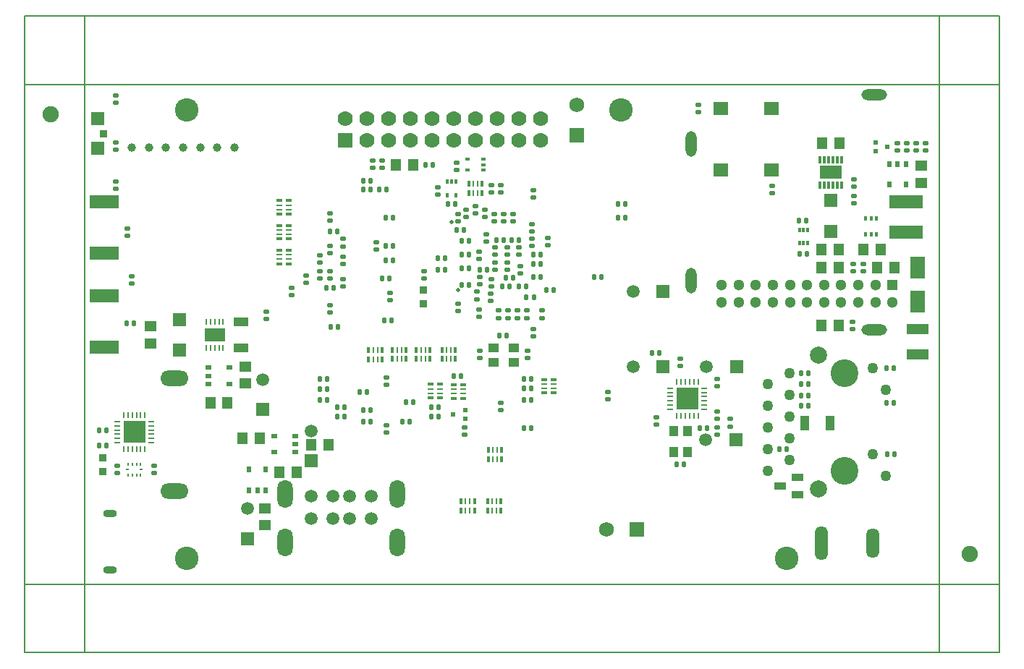
<source format=gbs>
G04 Layer_Color=16711935*
%FSLAX25Y25*%
%MOIN*%
G70*
G01*
G75*
G04:AMPARAMS|DCode=10|XSize=18.7mil|YSize=25mil|CornerRadius=4.68mil|HoleSize=0mil|Usage=FLASHONLY|Rotation=90.000|XOffset=0mil|YOffset=0mil|HoleType=Round|Shape=RoundedRectangle|*
%AMROUNDEDRECTD10*
21,1,0.01870,0.01565,0,0,90.0*
21,1,0.00935,0.02500,0,0,90.0*
1,1,0.00935,0.00783,0.00468*
1,1,0.00935,0.00783,-0.00468*
1,1,0.00935,-0.00783,-0.00468*
1,1,0.00935,-0.00783,0.00468*
%
%ADD10ROUNDEDRECTD10*%
G04:AMPARAMS|DCode=11|XSize=18.7mil|YSize=25mil|CornerRadius=4.68mil|HoleSize=0mil|Usage=FLASHONLY|Rotation=0.000|XOffset=0mil|YOffset=0mil|HoleType=Round|Shape=RoundedRectangle|*
%AMROUNDEDRECTD11*
21,1,0.01870,0.01565,0,0,0.0*
21,1,0.00935,0.02500,0,0,0.0*
1,1,0.00935,0.00468,-0.00783*
1,1,0.00935,-0.00468,-0.00783*
1,1,0.00935,-0.00468,0.00783*
1,1,0.00935,0.00468,0.00783*
%
%ADD11ROUNDEDRECTD11*%
%ADD12R,0.02362X0.01654*%
%ADD13R,0.05906X0.05906*%
%ADD14R,0.03543X0.03543*%
%ADD15R,0.05315X0.05000*%
%ADD16R,0.03500X0.03500*%
%ADD26C,0.03500*%
%ADD33R,0.05000X0.05315*%
%ADD40R,0.01969X0.01969*%
%ADD41R,0.05906X0.05906*%
%ADD46R,0.02500X0.01500*%
%ADD47R,0.02500X0.01100*%
%ADD48R,0.01500X0.02500*%
%ADD49R,0.01100X0.02500*%
%ADD59R,0.01654X0.02362*%
%ADD63R,0.02165X0.03150*%
%ADD64R,0.03937X0.06890*%
%ADD65R,0.04331X0.05118*%
%ADD115C,0.00500*%
%ADD116C,0.03937*%
%ADD117C,0.10827*%
%ADD118O,0.05906X0.15748*%
%ADD119O,0.05906X0.13780*%
%ADD120O,0.05118X0.11811*%
%ADD121O,0.11811X0.05118*%
%ADD122C,0.05118*%
%ADD123R,0.05118X0.05118*%
%ADD124O,0.06299X0.03543*%
%ADD125O,0.12992X0.07087*%
%ADD126C,0.05000*%
%ADD127C,0.07874*%
%ADD128C,0.12795*%
%ADD129C,0.05906*%
%ADD130O,0.07087X0.12992*%
%ADD131C,0.06890*%
%ADD132R,0.06890X0.06890*%
%ADD133R,0.07000X0.07000*%
%ADD134C,0.07000*%
%ADD135R,0.06890X0.06890*%
%ADD165C,0.01969*%
%ADD166R,0.01368X0.01969*%
%ADD167R,0.07087X0.06299*%
%ADD168R,0.06890X0.09843*%
%ADD169R,0.10000X0.05000*%
%ADD170R,0.06890X0.03937*%
%ADD171R,0.05512X0.03543*%
%ADD172R,0.15748X0.05906*%
%ADD173R,0.13386X0.05906*%
%ADD174R,0.03150X0.02165*%
%ADD175R,0.02953X0.01102*%
%ADD176R,0.09843X0.09843*%
%ADD177R,0.01102X0.02953*%
%ADD178R,0.10236X0.06299*%
%ADD179R,0.01181X0.03347*%
%ADD180R,0.09449X0.06496*%
%ADD181R,0.01102X0.03150*%
%ADD182R,0.05118X0.04331*%
%ADD183R,0.00984X0.01772*%
%ADD184R,0.01772X0.00984*%
%ADD233C,0.07500*%
D10*
X-5118Y83563D02*
D03*
Y80216D02*
D03*
X9843Y114075D02*
D03*
Y117421D02*
D03*
X119685Y183563D02*
D03*
Y180217D02*
D03*
X9843Y181595D02*
D03*
Y178248D02*
D03*
X-101575Y133366D02*
D03*
Y136713D02*
D03*
X-83858Y140847D02*
D03*
Y144193D02*
D03*
X-14961Y107579D02*
D03*
Y104232D02*
D03*
X-113386Y122343D02*
D03*
Y125689D02*
D03*
X-56299Y131004D02*
D03*
Y134350D02*
D03*
X-83858Y128445D02*
D03*
Y125098D02*
D03*
X100394Y72736D02*
D03*
Y76083D02*
D03*
X94488Y72146D02*
D03*
Y68799D02*
D03*
X-15280Y126476D02*
D03*
Y123130D02*
D03*
X-22047Y72146D02*
D03*
Y68799D02*
D03*
X-15354Y153248D02*
D03*
Y149902D02*
D03*
X-24803Y129232D02*
D03*
Y125886D02*
D03*
X-14961Y141437D02*
D03*
Y138091D02*
D03*
X-40551Y140847D02*
D03*
Y144193D02*
D03*
X-11811Y161122D02*
D03*
Y157776D02*
D03*
X-62598Y154232D02*
D03*
Y157579D02*
D03*
X-77953Y140650D02*
D03*
Y137303D02*
D03*
X-12598Y169193D02*
D03*
Y172539D02*
D03*
X-16929Y170866D02*
D03*
Y174213D02*
D03*
X-16142Y131398D02*
D03*
Y134744D02*
D03*
X-25591Y190847D02*
D03*
Y194193D02*
D03*
X-21260Y169193D02*
D03*
Y172539D02*
D03*
X-24803Y167224D02*
D03*
Y170571D02*
D03*
X-59842Y192028D02*
D03*
Y195374D02*
D03*
X-83858Y167618D02*
D03*
Y170965D02*
D03*
X-57874Y69980D02*
D03*
Y73327D02*
D03*
X-88583Y148327D02*
D03*
Y151673D02*
D03*
Y144193D02*
D03*
Y140847D02*
D03*
X94488Y76279D02*
D03*
Y79626D02*
D03*
X-175197Y141831D02*
D03*
Y138484D02*
D03*
X-34252Y179429D02*
D03*
Y182776D02*
D03*
X-64173Y192028D02*
D03*
Y195374D02*
D03*
X-182677Y200295D02*
D03*
Y203642D02*
D03*
Y185531D02*
D03*
Y182185D02*
D03*
X-177165Y163878D02*
D03*
Y160531D02*
D03*
X-182677Y221949D02*
D03*
Y225295D02*
D03*
X-164961Y54429D02*
D03*
Y51083D02*
D03*
X-57874Y95374D02*
D03*
Y92028D02*
D03*
X177559Y199902D02*
D03*
Y203248D02*
D03*
X181890Y199902D02*
D03*
Y203248D02*
D03*
X190551Y199902D02*
D03*
Y203248D02*
D03*
X77559Y100689D02*
D03*
Y104035D02*
D03*
X157480Y183366D02*
D03*
Y186713D02*
D03*
Y178839D02*
D03*
Y175492D02*
D03*
X-9449Y183957D02*
D03*
Y180610D02*
D03*
X-5118Y183957D02*
D03*
Y180610D02*
D03*
X13780Y126083D02*
D03*
Y122736D02*
D03*
X85827Y220965D02*
D03*
Y217618D02*
D03*
X186221Y199902D02*
D03*
Y203248D02*
D03*
X6693Y126083D02*
D03*
Y122736D02*
D03*
X3937Y143209D02*
D03*
Y146555D02*
D03*
X-9843Y130610D02*
D03*
Y133957D02*
D03*
X-1969Y126083D02*
D03*
Y122736D02*
D03*
X-8268Y167224D02*
D03*
Y170571D02*
D03*
X394Y167224D02*
D03*
Y170571D02*
D03*
X9055Y162500D02*
D03*
Y165847D02*
D03*
X-3937Y167224D02*
D03*
Y170571D02*
D03*
X44094Y85335D02*
D03*
Y88681D02*
D03*
X9055Y155807D02*
D03*
Y159153D02*
D03*
X-9449Y137303D02*
D03*
Y140650D02*
D03*
X-7874Y148130D02*
D03*
Y144783D02*
D03*
X-6299Y126083D02*
D03*
Y122736D02*
D03*
X2362Y126083D02*
D03*
Y122736D02*
D03*
X3150Y155217D02*
D03*
Y151870D02*
D03*
X-7874Y155217D02*
D03*
Y151870D02*
D03*
X-2362Y155217D02*
D03*
Y151870D02*
D03*
Y148130D02*
D03*
Y144783D02*
D03*
X94488Y91240D02*
D03*
Y94587D02*
D03*
X156693Y120965D02*
D03*
Y117618D02*
D03*
X161811Y144390D02*
D03*
Y147736D02*
D03*
X157087Y144390D02*
D03*
Y147736D02*
D03*
X7087Y104232D02*
D03*
Y107579D02*
D03*
X-181890Y54429D02*
D03*
Y51083D02*
D03*
X-77953Y155732D02*
D03*
Y159079D02*
D03*
X-94882Y142224D02*
D03*
Y138878D02*
D03*
X-83858Y152570D02*
D03*
Y155917D02*
D03*
X66535Y76870D02*
D03*
Y73524D02*
D03*
X16535Y159439D02*
D03*
Y156093D02*
D03*
X-77953Y147638D02*
D03*
Y150984D02*
D03*
D11*
X175689Y99606D02*
D03*
X172343D02*
D03*
X-186909Y63779D02*
D03*
X-190256D02*
D03*
X-3839Y158661D02*
D03*
X-7185D02*
D03*
X8760Y90158D02*
D03*
X5413D02*
D03*
X135925Y152362D02*
D03*
X132579D02*
D03*
X132185Y167717D02*
D03*
X135531D02*
D03*
X-26870Y96063D02*
D03*
X-23524D02*
D03*
X-190256Y70866D02*
D03*
X-186909D02*
D03*
X-37106Y81496D02*
D03*
X-33760D02*
D03*
X-37106Y77165D02*
D03*
X-33760D02*
D03*
X-177657Y120079D02*
D03*
X-174311D02*
D03*
X-56595Y140945D02*
D03*
X-59941D02*
D03*
X-58366Y168898D02*
D03*
X-55020D02*
D03*
Y149213D02*
D03*
X-58366D02*
D03*
X-23327Y158268D02*
D03*
X-19980D02*
D03*
X-23327Y151969D02*
D03*
X-19980D02*
D03*
X-23327Y145669D02*
D03*
X-19980D02*
D03*
X-23327Y137795D02*
D03*
X-19980D02*
D03*
X-80216Y118504D02*
D03*
X-83563D02*
D03*
X-55020Y155905D02*
D03*
X-58366D02*
D03*
X-58760Y121546D02*
D03*
X-55413D02*
D03*
X-31004Y144882D02*
D03*
X-34350D02*
D03*
X75886Y55216D02*
D03*
X79232D02*
D03*
X86516Y72047D02*
D03*
X89862D02*
D03*
X123130Y62205D02*
D03*
X126476D02*
D03*
X8760Y85039D02*
D03*
X5413D02*
D03*
X9744Y141732D02*
D03*
X13091D02*
D03*
X8760Y94488D02*
D03*
X5413D02*
D03*
X9941Y132283D02*
D03*
X6594D02*
D03*
X8760Y72047D02*
D03*
X5413D02*
D03*
X492Y141339D02*
D03*
X-2854D02*
D03*
X-11713Y144882D02*
D03*
X-15059D02*
D03*
X9744Y147638D02*
D03*
X13091D02*
D03*
X-98Y158661D02*
D03*
X3248D02*
D03*
X41043Y141732D02*
D03*
X37697D02*
D03*
X-65256Y185827D02*
D03*
X-68602D02*
D03*
X3051Y137402D02*
D03*
X6398D02*
D03*
X-4429D02*
D03*
X-1083D02*
D03*
X-39862Y193307D02*
D03*
X-36516D02*
D03*
X-22343Y163386D02*
D03*
X-25689D02*
D03*
X15650Y135433D02*
D03*
X18996D02*
D03*
X-83957Y162598D02*
D03*
X-80610D02*
D03*
X-82185Y136614D02*
D03*
X-85532D02*
D03*
X9744Y151969D02*
D03*
X13091D02*
D03*
X-85335Y85039D02*
D03*
X-88681D02*
D03*
Y94488D02*
D03*
X-85335D02*
D03*
X48720Y168898D02*
D03*
X52067D02*
D03*
X-77067Y77165D02*
D03*
X-80413D02*
D03*
X-77067Y81496D02*
D03*
X-80413D02*
D03*
X-47146Y74803D02*
D03*
X-50492D02*
D03*
X-45571Y83858D02*
D03*
X-48917D02*
D03*
X-68602Y74803D02*
D03*
X-65256D02*
D03*
X64468Y106693D02*
D03*
X67815D02*
D03*
X-34350Y150394D02*
D03*
X-31004D02*
D03*
X132972Y97244D02*
D03*
X136319D02*
D03*
X-85335Y89764D02*
D03*
X-88681D02*
D03*
X-26280Y175197D02*
D03*
X-29626D02*
D03*
X172736Y59842D02*
D03*
X176083D02*
D03*
X175689Y83465D02*
D03*
X172343D02*
D03*
X132972Y92126D02*
D03*
X136319D02*
D03*
X52067Y175197D02*
D03*
X48720D02*
D03*
X-6004Y114567D02*
D03*
X-2657D02*
D03*
X132972Y87008D02*
D03*
X136319D02*
D03*
X-61122Y181777D02*
D03*
X-57776D02*
D03*
X-65256Y181890D02*
D03*
X-68602D02*
D03*
X132972Y82284D02*
D03*
X136319D02*
D03*
X-65256Y80315D02*
D03*
X-68602D02*
D03*
X-70177Y88583D02*
D03*
X-66831D02*
D03*
D12*
X-20669Y195866D02*
D03*
Y190748D02*
D03*
X-13189D02*
D03*
Y193307D02*
D03*
X-13189Y195866D02*
D03*
D13*
X-190847Y214567D02*
D03*
X-190945Y200787D02*
D03*
X102953Y66535D02*
D03*
X69488Y135039D02*
D03*
Y100394D02*
D03*
X103347D02*
D03*
D14*
X-188386Y207677D02*
D03*
D15*
X188583Y185039D02*
D03*
Y192913D02*
D03*
X-122835Y92520D02*
D03*
Y100394D02*
D03*
X-166535Y111024D02*
D03*
Y118898D02*
D03*
X-113779Y35039D02*
D03*
Y27165D02*
D03*
D16*
X-40945Y135495D02*
D03*
Y129196D02*
D03*
X-188583Y58268D02*
D03*
Y51968D02*
D03*
D26*
X210630Y13779D02*
D03*
X-212598Y216535D02*
D03*
D33*
X169685Y154331D02*
D03*
X161811D02*
D03*
X142520D02*
D03*
X150394D02*
D03*
X-116266Y67120D02*
D03*
X-124140D02*
D03*
X-107087Y51575D02*
D03*
X-99213D02*
D03*
X-45669Y193307D02*
D03*
X-53543D02*
D03*
X-92520Y64173D02*
D03*
X-84646D02*
D03*
X-138976Y83465D02*
D03*
X-131102D02*
D03*
X175984Y146063D02*
D03*
X168110D02*
D03*
X142520Y119291D02*
D03*
X150394D02*
D03*
X142520Y146063D02*
D03*
X150394D02*
D03*
X142913Y203150D02*
D03*
X150787D02*
D03*
D40*
X-21654Y80315D02*
D03*
Y76378D02*
D03*
X-27165Y78347D02*
D03*
X167323Y199606D02*
D03*
Y203543D02*
D03*
X172835Y201575D02*
D03*
D41*
X146850Y176772D02*
D03*
Y162598D02*
D03*
X-153150Y107874D02*
D03*
Y122047D02*
D03*
X-122047Y21063D02*
D03*
X-92520Y56890D02*
D03*
X-114961Y80512D02*
D03*
D46*
X19094Y88189D02*
D03*
Y94390D02*
D03*
X14764D02*
D03*
Y88189D02*
D03*
X-26772Y91929D02*
D03*
Y85728D02*
D03*
X-22441D02*
D03*
Y91929D02*
D03*
X-102953Y165354D02*
D03*
Y159153D02*
D03*
X-107283D02*
D03*
Y165354D02*
D03*
X-102953Y153937D02*
D03*
Y147736D02*
D03*
X-107283D02*
D03*
Y153937D02*
D03*
X-102953Y176772D02*
D03*
Y170571D02*
D03*
X-107283D02*
D03*
Y176772D02*
D03*
X-33268Y92126D02*
D03*
Y85925D02*
D03*
X-37598D02*
D03*
Y92126D02*
D03*
D47*
X19094Y90354D02*
D03*
Y92323D02*
D03*
X14764D02*
D03*
Y90354D02*
D03*
X-26772Y89764D02*
D03*
Y87795D02*
D03*
X-22441D02*
D03*
Y89764D02*
D03*
X-102953Y163189D02*
D03*
Y161221D02*
D03*
X-107283D02*
D03*
Y163189D02*
D03*
X-102953Y151772D02*
D03*
Y149803D02*
D03*
X-107283D02*
D03*
Y151772D02*
D03*
X-102953Y174606D02*
D03*
Y172638D02*
D03*
X-107283D02*
D03*
Y174606D02*
D03*
X-33268Y89961D02*
D03*
Y87992D02*
D03*
X-37598D02*
D03*
Y89961D02*
D03*
D48*
X-11024Y57677D02*
D03*
X-4823D02*
D03*
Y62008D02*
D03*
X-11024D02*
D03*
X-55118Y108071D02*
D03*
X-48917D02*
D03*
Y103740D02*
D03*
X-55118D02*
D03*
X-13780Y180118D02*
D03*
X-19980D02*
D03*
Y184449D02*
D03*
X-13780D02*
D03*
X-44094Y108071D02*
D03*
X-37894D02*
D03*
Y103740D02*
D03*
X-44094D02*
D03*
X-66142Y107996D02*
D03*
X-59941D02*
D03*
Y103665D02*
D03*
X-66142D02*
D03*
X-32283Y108071D02*
D03*
X-26083D02*
D03*
Y103740D02*
D03*
X-32283D02*
D03*
X-17323Y34055D02*
D03*
X-23524D02*
D03*
Y38386D02*
D03*
X-17323D02*
D03*
X-5118Y34055D02*
D03*
X-11319D02*
D03*
Y38386D02*
D03*
X-5118D02*
D03*
D49*
X-8858Y57677D02*
D03*
X-6890D02*
D03*
Y62008D02*
D03*
X-8858D02*
D03*
X-52953Y108071D02*
D03*
X-50984D02*
D03*
Y103740D02*
D03*
X-52953D02*
D03*
X-15945Y180118D02*
D03*
X-17913D02*
D03*
Y184449D02*
D03*
X-15945D02*
D03*
X-41929Y108071D02*
D03*
X-39961D02*
D03*
Y103740D02*
D03*
X-41929D02*
D03*
X-63976Y107996D02*
D03*
X-62008D02*
D03*
Y103665D02*
D03*
X-63976D02*
D03*
X-30118Y108071D02*
D03*
X-28150D02*
D03*
Y103740D02*
D03*
X-30118D02*
D03*
X-19488Y34055D02*
D03*
X-21457D02*
D03*
Y38386D02*
D03*
X-19488D02*
D03*
X-7283Y34055D02*
D03*
X-9252D02*
D03*
Y38386D02*
D03*
X-7283D02*
D03*
D59*
X167913Y168701D02*
D03*
X165354D02*
D03*
X162795D02*
D03*
Y161221D02*
D03*
X165354D02*
D03*
X167913Y161221D02*
D03*
D63*
X-117323Y43307D02*
D03*
X-113583D02*
D03*
X-121063D02*
D03*
Y52756D02*
D03*
X-113583D02*
D03*
X177559Y193701D02*
D03*
X173819D02*
D03*
X181299D02*
D03*
Y184252D02*
D03*
X173819D02*
D03*
D64*
X146457Y74144D02*
D03*
X134646D02*
D03*
D65*
X74311Y70472D02*
D03*
Y61024D02*
D03*
X80807D02*
D03*
Y70472D02*
D03*
D115*
X224409Y230315D02*
Y261811D01*
X-196851Y230315D02*
X196850D01*
Y261811D02*
X224409D01*
X196850Y230315D02*
X224410D01*
X196850D02*
Y261811D01*
X-196851Y230315D02*
X132283D01*
X-224409Y230315D02*
Y261811D01*
Y230315D02*
X-196850D01*
X-196850Y230315D02*
Y261811D01*
X-224410Y261811D02*
X-193307D01*
X-196851Y261811D02*
X196850D01*
X224410Y-31496D02*
Y-0D01*
X196851Y0D02*
X224410D01*
X224410Y0D01*
X196851Y-31496D02*
Y-0D01*
Y-31496D02*
X224410D01*
X224410Y0D02*
X224410Y-0D01*
X-224409Y-31496D02*
X-196850D01*
X-224409D02*
Y-0D01*
X-196850D01*
Y-31496D02*
Y-0D01*
Y-31496D02*
X196851D01*
X-196850Y0D02*
X196851D01*
X-224409Y250000D02*
X-224409Y-31496D01*
X196850Y250000D02*
X196851Y-19685D01*
X224410Y250000D02*
X224410Y-19685D01*
X-196850Y-31496D02*
Y250000D01*
D116*
X-151575Y201181D02*
D03*
X-159449D02*
D03*
X-127953D02*
D03*
X-135827D02*
D03*
X-143701D02*
D03*
X-167323D02*
D03*
X-175197D02*
D03*
D117*
X-150000Y11811D02*
D03*
X126378D02*
D03*
X50000Y218504D02*
D03*
X-150000D02*
D03*
D118*
X142520Y18898D02*
D03*
D119*
X166142D02*
D03*
D120*
X82480Y139961D02*
D03*
Y202953D02*
D03*
D121*
X166929Y225590D02*
D03*
Y117323D02*
D03*
D122*
X175197Y129921D02*
D03*
X112205Y137795D02*
D03*
Y129921D02*
D03*
X120079Y137795D02*
D03*
Y129921D02*
D03*
X127953Y137795D02*
D03*
Y129921D02*
D03*
X135827Y137795D02*
D03*
Y129921D02*
D03*
X143701Y137795D02*
D03*
Y129921D02*
D03*
X151575Y137795D02*
D03*
Y129921D02*
D03*
X159449Y137795D02*
D03*
Y129921D02*
D03*
X167323Y137795D02*
D03*
Y129921D02*
D03*
X104331D02*
D03*
Y137795D02*
D03*
X96457D02*
D03*
Y129921D02*
D03*
D123*
X175197Y137795D02*
D03*
D124*
X-185335Y6693D02*
D03*
Y32677D02*
D03*
D125*
X-155512Y42913D02*
D03*
Y94882D02*
D03*
D126*
X117913Y52244D02*
D03*
X127913Y57244D02*
D03*
X117913Y62244D02*
D03*
X127913Y67244D02*
D03*
X117913Y72244D02*
D03*
X127913Y77244D02*
D03*
X117913Y82244D02*
D03*
X127913Y87244D02*
D03*
X117913Y92244D02*
D03*
X127913Y97244D02*
D03*
X172244Y49902D02*
D03*
X166260Y59901D02*
D03*
X172244Y89705D02*
D03*
X166260Y99705D02*
D03*
D127*
X140945Y105571D02*
D03*
Y44035D02*
D03*
D128*
X152953Y97303D02*
D03*
Y52303D02*
D03*
D129*
X-64960Y40551D02*
D03*
X-74803D02*
D03*
X-82677D02*
D03*
X-92519D02*
D03*
X-64960Y30216D02*
D03*
X-74803D02*
D03*
X-82677D02*
D03*
X-92519D02*
D03*
X89173Y66535D02*
D03*
X-122047Y34843D02*
D03*
X-92520Y70669D02*
D03*
X55709Y135039D02*
D03*
Y100394D02*
D03*
X89567D02*
D03*
X-114961Y94291D02*
D03*
D130*
X-104724Y19390D02*
D03*
Y41634D02*
D03*
X-52756D02*
D03*
Y19390D02*
D03*
D131*
X29921Y220797D02*
D03*
X43376Y25197D02*
D03*
D132*
X29921Y206762D02*
D03*
D133*
X-76772Y204724D02*
D03*
D134*
X-66772D02*
D03*
X-56772D02*
D03*
X-46772D02*
D03*
X-36772D02*
D03*
X-26772D02*
D03*
X-16772D02*
D03*
X-6772D02*
D03*
X3228D02*
D03*
X13228D02*
D03*
X-76772Y214724D02*
D03*
X-66772D02*
D03*
X-56772D02*
D03*
X-46772D02*
D03*
X-36772D02*
D03*
X-26772D02*
D03*
X-16772D02*
D03*
X-6772D02*
D03*
X3228D02*
D03*
X13228D02*
D03*
D135*
X57411Y25197D02*
D03*
D165*
X-27953Y166929D02*
D03*
X-24803Y135433D02*
D03*
D166*
X136221Y157087D02*
D03*
X134252D02*
D03*
X132283D02*
D03*
Y163386D02*
D03*
X134252D02*
D03*
X136221Y163386D02*
D03*
X-29921Y179134D02*
D03*
X-25984D02*
D03*
Y185433D02*
D03*
X-27953D02*
D03*
X-29921D02*
D03*
D167*
X119291Y219291D02*
D03*
Y190945D02*
D03*
X96063Y219291D02*
D03*
Y190945D02*
D03*
D168*
X186614Y146063D02*
D03*
X186713Y130315D02*
D03*
D169*
X186614Y105905D02*
D03*
Y117717D02*
D03*
D170*
X-124803Y109055D02*
D03*
Y120866D02*
D03*
D171*
X123524Y45276D02*
D03*
X131496Y49213D02*
D03*
Y41339D02*
D03*
D172*
X181496Y176378D02*
D03*
Y162205D02*
D03*
D173*
X-187795Y152559D02*
D03*
Y176181D02*
D03*
Y109252D02*
D03*
Y132874D02*
D03*
D174*
X-100000Y64567D02*
D03*
Y68307D02*
D03*
Y60827D02*
D03*
X-109449D02*
D03*
Y68307D02*
D03*
X-139764Y96063D02*
D03*
Y92323D02*
D03*
Y99803D02*
D03*
X-130315D02*
D03*
Y92323D02*
D03*
D175*
X88583Y80512D02*
D03*
Y82480D02*
D03*
Y84449D02*
D03*
X72835D02*
D03*
X88583Y90354D02*
D03*
Y88386D02*
D03*
Y86417D02*
D03*
X72835Y90354D02*
D03*
Y88386D02*
D03*
Y86417D02*
D03*
Y82480D02*
D03*
Y80512D02*
D03*
X-166142Y65158D02*
D03*
Y67126D02*
D03*
Y69095D02*
D03*
Y71063D02*
D03*
X-181890Y65158D02*
D03*
Y67126D02*
D03*
Y69095D02*
D03*
Y71063D02*
D03*
Y73032D02*
D03*
Y75000D02*
D03*
X-166142D02*
D03*
Y73032D02*
D03*
D176*
X80709Y85433D02*
D03*
X-174016Y70079D02*
D03*
D177*
X85630Y77559D02*
D03*
X83661D02*
D03*
X81693D02*
D03*
X79724D02*
D03*
X77756D02*
D03*
X75787D02*
D03*
X77756Y93405D02*
D03*
X79724D02*
D03*
X85630D02*
D03*
X75787D02*
D03*
X81693D02*
D03*
X83661D02*
D03*
X-169095Y62205D02*
D03*
X-171063D02*
D03*
X-173031D02*
D03*
X-175000D02*
D03*
X-176969D02*
D03*
X-178937D02*
D03*
Y78051D02*
D03*
X-176969D02*
D03*
X-175000D02*
D03*
X-173031D02*
D03*
X-171063D02*
D03*
X-169095D02*
D03*
D178*
X146850Y189764D02*
D03*
D179*
X151772Y183957D02*
D03*
X149803D02*
D03*
X147835D02*
D03*
X145866D02*
D03*
X143898D02*
D03*
X141929D02*
D03*
X141929Y195522D02*
D03*
X143898D02*
D03*
X145866D02*
D03*
X147835D02*
D03*
X149803D02*
D03*
X151772D02*
D03*
D180*
X-137008Y114961D02*
D03*
D181*
X-133071Y109055D02*
D03*
X-135039D02*
D03*
X-137008D02*
D03*
X-138976D02*
D03*
X-140945D02*
D03*
Y120866D02*
D03*
X-138976D02*
D03*
X-137008D02*
D03*
X-135039D02*
D03*
X-133071D02*
D03*
D182*
X-8661Y102264D02*
D03*
X787D02*
D03*
Y108760D02*
D03*
X-8661D02*
D03*
D183*
X-175000Y50295D02*
D03*
X-173031D02*
D03*
X-171063D02*
D03*
X-171063Y55216D02*
D03*
X-173031D02*
D03*
X-175000D02*
D03*
X-176969D02*
D03*
Y50295D02*
D03*
D184*
X-170768Y52756D02*
D03*
X-177264D02*
D03*
D233*
X210630Y13779D02*
D03*
X-212598Y216535D02*
D03*
M02*

</source>
